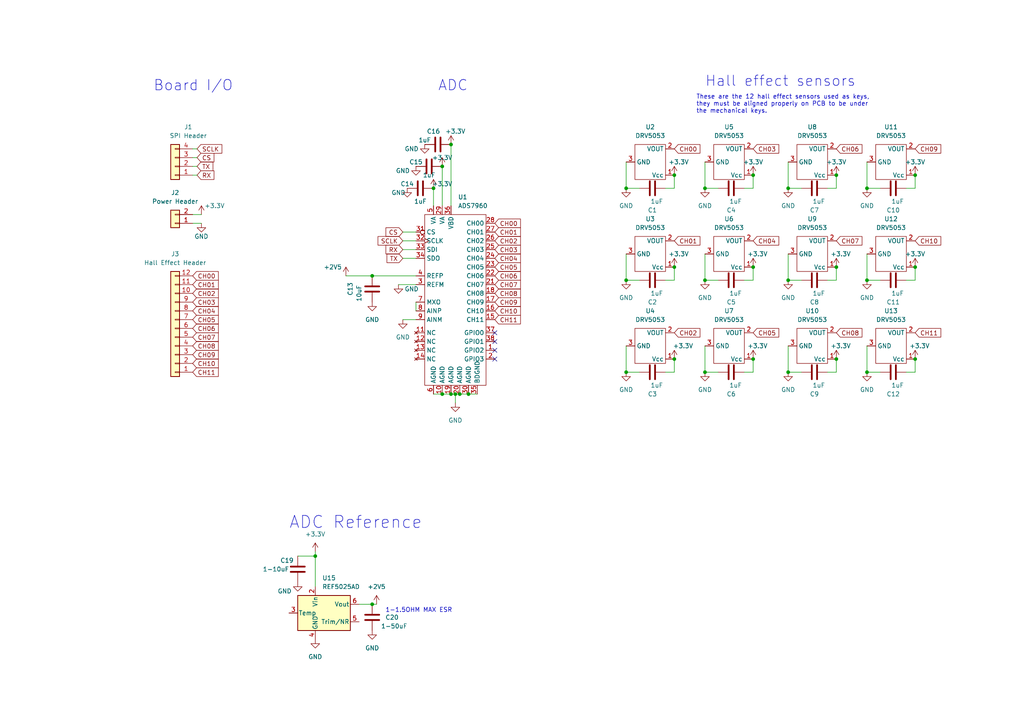
<source format=kicad_sch>
(kicad_sch (version 20211123) (generator eeschema)
  (paper "A4")
  (title_block (title "MIDI Keyboard: Keyboard") (company "Landyn Francis & Jacob Mealey"))
  (lib_symbols
    (symbol "Connector_Generic:Conn_01x02" (pin_names (offset 1.016) hide)
      (property "Reference" "J" (at 0 2.54 0))
      (property "Value" "Conn_01x02" (at 0 -5.08 0))
      (symbol "Conn_01x02_1_1"
        (rectangle (start -1.27 -2.413) (end 0 -2.667) (stroke (width 0.1524)))
        (rectangle (start -1.27 0.127) (end 0 -0.127) (stroke (width 0.1524)))
        (rectangle (start -1.27 1.27) (end 1.27 -3.81) (stroke (width 0.254)) (fill (type background)))
        (pin passive line (at -5.08 0 0) (length 3.81) (name "Pin_1") (number "1"))
        (pin passive line (at -5.08 -2.54 0) (length 3.81) (name "Pin_2") (number "2"))
      )
    )
    (symbol "Connector_Generic:Conn_01x04" (pin_names (offset 1.016) hide)
      (property "Reference" "J" (at 0 5.08 0))
      (property "Value" "Conn_01x04" (at 0 -7.62 0))
      (symbol "Conn_01x04_1_1"
        (rectangle (start -1.27 -4.953) (end 0 -5.207) (stroke (width 0.1524)))
        (rectangle (start -1.27 -2.413) (end 0 -2.667) (stroke (width 0.1524)))
        (rectangle (start -1.27 0.127) (end 0 -0.127) (stroke (width 0.1524)))
        (rectangle (start -1.27 2.667) (end 0 2.413) (stroke (width 0.1524)))
        (rectangle (start -1.27 3.81) (end 1.27 -6.35) (stroke (width 0.254)) (fill (type background)))
        (pin passive line (at -5.08 2.54 0) (length 3.81) (name "Pin_1") (number "1"))
        (pin passive line (at -5.08 0 0) (length 3.81) (name "Pin_2") (number "2"))
        (pin passive line (at -5.08 -2.54 0) (length 3.81) (name "Pin_3") (number "3"))
        (pin passive line (at -5.08 -5.08 0) (length 3.81) (name "Pin_4") (number "4"))
      )
    )
    (symbol "Connector_Generic:Conn_01x12" (pin_names (offset 1.016) hide)
      (property "Reference" "J" (at 0 15.24 0))
      (property "Value" "Conn_01x12" (at 0 -17.78 0))
      (symbol "Conn_01x12_1_1"
        (rectangle (start -1.27 -15.113) (end 0 -15.367) (stroke (width 0.1524)))
        (rectangle (start -1.27 -12.573) (end 0 -12.827) (stroke (width 0.1524)))
        (rectangle (start -1.27 -10.033) (end 0 -10.287) (stroke (width 0.1524)))
        (rectangle (start -1.27 -7.493) (end 0 -7.747) (stroke (width 0.1524)))
        (rectangle (start -1.27 -4.953) (end 0 -5.207) (stroke (width 0.1524)))
        (rectangle (start -1.27 -2.413) (end 0 -2.667) (stroke (width 0.1524)))
        (rectangle (start -1.27 0.127) (end 0 -0.127) (stroke (width 0.1524)))
        (rectangle (start -1.27 2.667) (end 0 2.413) (stroke (width 0.1524)))
        (rectangle (start -1.27 5.207) (end 0 4.953) (stroke (width 0.1524)))
        (rectangle (start -1.27 7.747) (end 0 7.493) (stroke (width 0.1524)))
        (rectangle (start -1.27 10.287) (end 0 10.033) (stroke (width 0.1524)))
        (rectangle (start -1.27 12.827) (end 0 12.573) (stroke (width 0.1524)))
        (rectangle (start -1.27 13.97) (end 1.27 -16.51) (stroke (width 0.254)) (fill (type background)))
        (pin passive line (at -5.08 12.7 0) (length 3.81) (name "Pin_1") (number "1"))
        (pin passive line (at -5.08 -10.16 0) (length 3.81) (name "Pin_10") (number "10"))
        (pin passive line (at -5.08 -12.7 0) (length 3.81) (name "Pin_11") (number "11"))
        (pin passive line (at -5.08 -15.24 0) (length 3.81) (name "Pin_12") (number "12"))
        (pin passive line (at -5.08 10.16 0) (length 3.81) (name "Pin_2") (number "2"))
        (pin passive line (at -5.08 7.62 0) (length 3.81) (name "Pin_3") (number "3"))
        (pin passive line (at -5.08 5.08 0) (length 3.81) (name "Pin_4") (number "4"))
        (pin passive line (at -5.08 2.54 0) (length 3.81) (name "Pin_5") (number "5"))
        (pin passive line (at -5.08 0 0) (length 3.81) (name "Pin_6") (number "6"))
        (pin passive line (at -5.08 -2.54 0) (length 3.81) (name "Pin_7") (number "7"))
        (pin passive line (at -5.08 -5.08 0) (length 3.81) (name "Pin_8") (number "8"))
        (pin passive line (at -5.08 -7.62 0) (length 3.81) (name "Pin_9") (number "9"))
      )
    )
    (symbol "DRV5053_1"
      (property "Reference" "U" (at 3.81 0 0))
      (property "Value" "DRV5053_1" (at -2.54 0 0))
      (symbol "DRV5053_1_0_1"
        (rectangle (start -6.35 -1.27) (end 2.54 -11.43))
      )
      (symbol "DRV5053_1_1_1"
        (pin input line (at 5.08 -10.16 180) (length 2.54) (name "Vcc") (number "1"))
        (pin input line (at 5.08 -2.54 180) (length 2.54) (name "VOUT") (number "2"))
        (pin input line (at -8.89 -6.35 0) (length 2.54) (name "GND") (number "3"))
      )
    )
    (symbol "Device:C" (pin_numbers hide) (pin_names (offset 0.254))
      (property "Reference" "C" (at 0.635 2.54 0))
      (property "Value" "C" (at 0.635 -2.54 0))
      (symbol "C_0_1"
        (polyline (pts (xy -2.032 -0.762) (xy 2.032 -0.762)) (stroke (width 0.508)))
        (polyline (pts (xy -2.032 0.762) (xy 2.032 0.762)) (stroke (width 0.508)))
      )
      (symbol "C_1_1"
        (pin passive line (at 0 3.81 270) (length 2.794) (name "~") (number "1"))
        (pin passive line (at 0 -3.81 90) (length 2.794) (name "~") (number "2"))
      )
    )
    (symbol "Reference_Voltage:REF5025AD" (pin_names (offset 0.254))
      (property "Reference" "U" (at -1.27 8.255 0))
      (property "Value" "REF5025AD" (at -1.27 6.35 0))
      (symbol "REF5025AD_0_1"
        (rectangle (start -7.62 5.08) (end 7.62 -5.08) (stroke (width 0.254)) (fill (type background)))
      )
      (symbol "REF5025AD_1_1"
        (pin no_connect line (at -7.62 2.54 0) (length 2.54) hide (name "DNC") (number "1"))
        (pin power_in line (at -2.54 7.62 270) (length 2.54) (name "Vin") (number "2"))
        (pin passive line (at -10.16 0 0) (length 2.54) (name "Temp") (number "3"))
        (pin power_in line (at -2.54 -7.62 90) (length 2.54) (name "GND") (number "4"))
        (pin passive line (at 10.16 -2.54 180) (length 2.54) (name "Trim/NR") (number "5"))
        (pin power_out line (at 10.16 2.54 180) (length 2.54) (name "Vout") (number "6"))
        (pin no_connect line (at -5.08 -5.08 90) (length 2.54) hide (name "NC") (number "7"))
        (pin no_connect line (at 7.62 0 180) (length 2.54) hide (name "DNC") (number "8"))
      )
    )
    (symbol "ece_capstone:ADS7960"
      (property "Reference" "U" (at 0 0 0))
      (property "Value" "ADS7960" (at -1.27 -13.97 90))
      (symbol "ADS7960_0_1"
        (rectangle (start -8.89 8.89) (end 8.89 -40.64))
      )
      (symbol "ADS7960_1_1"
        (pin bidirectional line (at 11.43 -30.48 180) (length 2.54) (name "GPIO2") (number "1"))
        (pin input line (at -3.81 -43.18 90) (length 2.54) (name "AGND") (number "10"))
        (pin no_connect line (at -11.43 -25.4 0) (length 2.54) (name "NC") (number "11"))
        (pin no_connect line (at -11.43 -27.94 0) (length 2.54) (name "NC") (number "12"))
        (pin no_connect line (at -11.43 -30.48 0) (length 2.54) (name "NC") (number "13"))
        (pin no_connect line (at -11.43 -33.02 0) (length 2.54) (name "NC") (number "14"))
        (pin input line (at 11.43 -21.59 180) (length 2.54) (name "CH11") (number "15"))
        (pin input line (at 11.43 -19.05 180) (length 2.54) (name "CH10") (number "16"))
        (pin input line (at 11.43 -16.51 180) (length 2.54) (name "CH09") (number "17"))
        (pin input line (at 11.43 -13.97 180) (length 2.54) (name "CH08") (number "18"))
        (pin input line (at -1.27 -43.18 90) (length 2.54) (name "AGND") (number "19"))
        (pin bidirectional line (at 11.43 -33.02 180) (length 2.54) (name "GPIO3") (number "2"))
        (pin input line (at 1.27 -43.18 90) (length 2.54) (name "AGND") (number "20"))
        (pin input line (at 11.43 -11.43 180) (length 2.54) (name "CH07") (number "21"))
        (pin input line (at 11.43 -8.89 180) (length 2.54) (name "CH06") (number "22"))
        (pin input line (at 11.43 -6.35 180) (length 2.54) (name "CH05") (number "23"))
        (pin input line (at 11.43 -3.81 180) (length 2.54) (name "CH04") (number "24"))
        (pin input line (at 11.43 -1.27 180) (length 2.54) (name "CH03") (number "25"))
        (pin input line (at 11.43 1.27 180) (length 2.54) (name "CH02") (number "26"))
        (pin input line (at 11.43 3.81 180) (length 2.54) (name "CH01") (number "27"))
        (pin input line (at 11.43 6.35 180) (length 2.54) (name "CH00") (number "28"))
        (pin input line (at -3.81 11.43 270) (length 2.54) (name "VA") (number "29"))
        (pin bidirectional line (at -11.43 -11.43 0) (length 2.54) (name "REFM") (number "3"))
        (pin input line (at 3.81 -43.18 90) (length 2.54) (name "AGND") (number "30"))
        (pin input inverted (at -11.43 3.81 0) (length 2.54) (name "CS") (number "31"))
        (pin input clock (at -11.43 1.27 0) (length 2.54) (name "SCLK") (number "32"))
        (pin input line (at -11.43 -1.27 0) (length 2.54) (name "SDI") (number "33"))
        (pin output line (at -11.43 -3.81 0) (length 2.54) (name "SDO") (number "34"))
        (pin input line (at 6.35 -43.18 90) (length 2.54) (name "BDGND") (number "35"))
        (pin input line (at -1.27 11.43 270) (length 2.54) (name "VBD") (number "36"))
        (pin bidirectional line (at 11.43 -25.4 180) (length 2.54) (name "GPIO0") (number "37"))
        (pin bidirectional line (at 11.43 -27.94 180) (length 2.54) (name "GPIO1") (number "38"))
        (pin bidirectional line (at -11.43 -8.89 0) (length 2.54) (name "REFP") (number "4"))
        (pin input line (at -6.35 11.43 270) (length 2.54) (name "VA") (number "5"))
        (pin input line (at -6.35 -43.18 90) (length 2.54) (name "AGND") (number "6"))
        (pin bidirectional line (at -11.43 -16.51 0) (length 2.54) (name "MXO") (number "7"))
        (pin bidirectional line (at -11.43 -19.05 0) (length 2.54) (name "AINP") (number "8"))
        (pin bidirectional line (at -11.43 -21.59 0) (length 2.54) (name "AINM") (number "9"))
      )
    )
    (symbol "power:+2V5" (power) (pin_names (offset 0))
      (property "Value" "+2V5" (at 0 3.556 0))
      (symbol "+2V5_0_1"
        (polyline (pts (xy -0.762 1.27) (xy 0 2.54)))
        (polyline (pts (xy 0 0) (xy 0 2.54)))
        (polyline (pts (xy 0 2.54) (xy 0.762 1.27)))
      )
      (symbol "+2V5_1_1"
        (pin power_in line (at 0 0 90) (length 0) hide (name "+2V5") (number "1"))
      )
    )
    (symbol "power:+3.3V" (power) (pin_names (offset 0))
      (property "Value" "+3.3V" (at 0 3.556 0))
      (symbol "+3.3V_0_1"
        (polyline (pts (xy -0.762 1.27) (xy 0 2.54)))
        (polyline (pts (xy 0 0) (xy 0 2.54)))
        (polyline (pts (xy 0 2.54) (xy 0.762 1.27)))
      )
      (symbol "+3.3V_1_1"
        (pin power_in line (at 0 0 90) (length 0) hide (name "+3.3V") (number "1"))
      )
    )
    (symbol "power:GND" (power) (pin_names (offset 0))
      (property "Value" "GND" (at 0 -3.81 0))
      (symbol "GND_0_1"
        (polyline (pts (xy 0 0) (xy 0 -1.27) (xy 1.27 -1.27) (xy 0 -2.54) (xy -1.27 -1.27) (xy 0 -1.27)))
      )
      (symbol "GND_1_1"
        (pin power_in line (at 0 0 270) (length 0) hide (name "GND") (number "1"))
      )
    )
  )
  (junction (at 242.57 104.14))
  (junction (at 265.43 77.47))
  (junction (at 181.61 81.28))
  (junction (at 195.58 50.8))
  (junction (at 251.46 81.28))
  (junction (at 130.81 41.91))
  (junction (at 132.08 114.3))
  (junction (at 204.47 81.28))
  (junction (at 265.43 104.14))
  (junction (at 128.27 114.3))
  (junction (at 218.44 77.47))
  (junction (at 125.73 54.61))
  (junction (at 228.6 54.61))
  (junction (at 135.89 114.3))
  (junction (at 195.58 77.47))
  (junction (at 128.27 48.26))
  (junction (at 242.57 77.47))
  (junction (at 265.43 50.8))
  (junction (at 228.6 107.95))
  (junction (at 107.95 175.26))
  (junction (at 130.81 114.3))
  (junction (at 107.95 80.01))
  (junction (at 228.6 81.28))
  (junction (at 251.46 54.61))
  (junction (at 133.35 114.3))
  (junction (at 204.47 54.61))
  (junction (at 218.44 104.14))
  (junction (at 91.44 161.29))
  (junction (at 218.44 50.8))
  (junction (at 242.57 50.8))
  (junction (at 181.61 54.61))
  (junction (at 204.47 107.95))
  (junction (at 195.58 104.14))
  (junction (at 251.46 107.95))
  (junction (at 181.61 107.95))
  (no_connect (at 143.51 96.52))
  (no_connect (at 143.51 99.06))
  (no_connect (at 143.51 101.6))
  (no_connect (at 143.51 104.14))
  (wire (pts (xy 132.08 114.3) (xy 133.35 114.3)))
  (wire (pts (xy 195.58 107.95) (xy 193.04 107.95)))
  (wire (pts (xy 218.44 104.14) (xy 218.44 107.95)))
  (wire (pts (xy 116.84 74.93) (xy 120.65 74.93)))
  (wire (pts (xy 104.14 175.26) (xy 107.95 175.26)))
  (wire (pts (xy 195.58 54.61) (xy 193.04 54.61)))
  (wire (pts (xy 120.65 87.63) (xy 120.65 90.17)))
  (wire (pts (xy 107.95 80.01) (xy 120.65 80.01)))
  (wire (pts (xy 228.6 73.66) (xy 228.6 81.28)))
  (wire (pts (xy 116.84 69.85) (xy 120.65 69.85)))
  (wire (pts (xy 55.88 64.77) (xy 58.42 64.77)))
  (wire (pts (xy 130.81 41.91) (xy 130.81 59.69)))
  (wire (pts (xy 125.73 54.61) (xy 125.73 59.69)))
  (wire (pts (xy 86.36 161.29) (xy 91.44 161.29)))
  (wire (pts (xy 116.84 92.71) (xy 120.65 92.71)))
  (wire (pts (xy 232.41 54.61) (xy 228.6 54.61)))
  (wire (pts (xy 132.08 114.3) (xy 132.08 116.84)))
  (wire (pts (xy 57.15 48.26) (xy 55.88 48.26)))
  (wire (pts (xy 265.43 77.47) (xy 265.43 81.28)))
  (wire (pts (xy 185.42 107.95) (xy 181.61 107.95)))
  (wire (pts (xy 228.6 46.99) (xy 228.6 54.61)))
  (wire (pts (xy 204.47 100.33) (xy 204.47 107.95)))
  (wire (pts (xy 265.43 107.95) (xy 262.89 107.95)))
  (wire (pts (xy 218.44 77.47) (xy 218.44 81.28)))
  (wire (pts (xy 251.46 73.66) (xy 251.46 81.28)))
  (wire (pts (xy 242.57 77.47) (xy 242.57 81.28)))
  (wire (pts (xy 208.28 107.95) (xy 204.47 107.95)))
  (wire (pts (xy 115.57 82.55) (xy 120.65 82.55)))
  (wire (pts (xy 255.27 54.61) (xy 251.46 54.61)))
  (wire (pts (xy 57.15 43.18) (xy 55.88 43.18)))
  (wire (pts (xy 116.84 72.39) (xy 120.65 72.39)))
  (wire (pts (xy 255.27 81.28) (xy 251.46 81.28)))
  (wire (pts (xy 242.57 81.28) (xy 240.03 81.28)))
  (wire (pts (xy 181.61 100.33) (xy 181.61 107.95)))
  (wire (pts (xy 57.15 50.8) (xy 55.88 50.8)))
  (wire (pts (xy 181.61 73.66) (xy 181.61 81.28)))
  (wire (pts (xy 218.44 54.61) (xy 215.9 54.61)))
  (wire (pts (xy 181.61 46.99) (xy 181.61 54.61)))
  (wire (pts (xy 195.58 50.8) (xy 195.58 54.61)))
  (wire (pts (xy 128.27 48.26) (xy 128.27 59.69)))
  (wire (pts (xy 255.27 107.95) (xy 251.46 107.95)))
  (wire (pts (xy 107.95 175.26) (xy 109.22 175.26)))
  (wire (pts (xy 185.42 81.28) (xy 181.61 81.28)))
  (wire (pts (xy 116.84 67.31) (xy 120.65 67.31)))
  (wire (pts (xy 251.46 46.99) (xy 251.46 54.61)))
  (wire (pts (xy 242.57 54.61) (xy 240.03 54.61)))
  (wire (pts (xy 242.57 107.95) (xy 240.03 107.95)))
  (wire (pts (xy 251.46 100.33) (xy 251.46 107.95)))
  (wire (pts (xy 265.43 54.61) (xy 262.89 54.61)))
  (wire (pts (xy 204.47 46.99) (xy 204.47 54.61)))
  (wire (pts (xy 91.44 160.02) (xy 91.44 161.29)))
  (wire (pts (xy 55.88 62.23) (xy 58.42 62.23)))
  (wire (pts (xy 91.44 161.29) (xy 91.44 170.18)))
  (wire (pts (xy 130.81 114.3) (xy 132.08 114.3)))
  (wire (pts (xy 218.44 107.95) (xy 215.9 107.95)))
  (wire (pts (xy 265.43 50.8) (xy 265.43 54.61)))
  (wire (pts (xy 195.58 81.28) (xy 193.04 81.28)))
  (wire (pts (xy 242.57 104.14) (xy 242.57 107.95)))
  (wire (pts (xy 100.33 80.01) (xy 107.95 80.01)))
  (wire (pts (xy 228.6 100.33) (xy 228.6 107.95)))
  (wire (pts (xy 242.57 50.8) (xy 242.57 54.61)))
  (wire (pts (xy 57.15 45.72) (xy 55.88 45.72)))
  (wire (pts (xy 265.43 81.28) (xy 262.89 81.28)))
  (wire (pts (xy 218.44 81.28) (xy 215.9 81.28)))
  (wire (pts (xy 232.41 107.95) (xy 228.6 107.95)))
  (wire (pts (xy 195.58 77.47) (xy 195.58 81.28)))
  (wire (pts (xy 218.44 50.8) (xy 218.44 54.61)))
  (wire (pts (xy 195.58 104.14) (xy 195.58 107.95)))
  (wire (pts (xy 232.41 81.28) (xy 228.6 81.28)))
  (wire (pts (xy 204.47 73.66) (xy 204.47 81.28)))
  (wire (pts (xy 128.27 114.3) (xy 130.81 114.3)))
  (wire (pts (xy 125.73 114.3) (xy 128.27 114.3)))
  (wire (pts (xy 208.28 54.61) (xy 204.47 54.61)))
  (wire (pts (xy 265.43 104.14) (xy 265.43 107.95)))
  (wire (pts (xy 133.35 114.3) (xy 135.89 114.3)))
  (wire (pts (xy 135.89 114.3) (xy 138.43 114.3)))
  (wire (pts (xy 185.42 54.61) (xy 181.61 54.61)))
  (wire (pts (xy 208.28 81.28) (xy 204.47 81.28)))
  (text "Board I/O" (at 44.45 26.67 0) (effects (font (size 3 3)) (justify left bottom)))
  (text "Hall effect sensors" (at 204.47 25.4 0) (effects (font (size 3 3)) (justify left bottom)))
  (text "ADC" (at 127 26.67 0) (effects (font (size 3 3)) (justify left bottom)))
  (text "ADC Reference" (at 83.82 153.67 0) (effects (font (size 3.5 3.5)) (justify left bottom)))
  (text "1-1.5OHM MAX ESR" (at 111.76 177.8 0) (effects (font (size 1.27 1.27)) (justify left bottom)))
  (text "These are the 12 hall effect sensors used as keys,\nthey must be aligned properly on PCB to be under\nthe mechanical keys. " (at 201.93 33.02 0) (effects (font (size 1.27 1.27)) (justify left bottom)))
  (global_label "SCLK" (shape input) (at 116.84 69.85 180) (property "Intersheet References" "${INTERSHEET_REFS}" (effects hide)))
  (global_label "CH00" (shape input) (at 143.51 64.77 0) (property "Intersheet References" "${INTERSHEET_REFS}" (effects hide)))
  (global_label "CH05" (shape input) (at 218.44 96.52 0) (property "Intersheet References" "${INTERSHEET_REFS}" (effects hide)))
  (global_label "CH02" (shape input) (at 195.58 96.52 0) (property "Intersheet References" "${INTERSHEET_REFS}" (effects hide)))
  (global_label "CS" (shape input) (at 116.84 67.31 180) (property "Intersheet References" "${INTERSHEET_REFS}" (effects hide)))
  (global_label "CH07" (shape input) (at 55.88 97.79 0) (property "Intersheet References" "${INTERSHEET_REFS}" (effects hide)))
  (global_label "CH09" (shape input) (at 143.51 87.63 0) (property "Intersheet References" "${INTERSHEET_REFS}" (effects hide)))
  (global_label "CH04" (shape input) (at 218.44 69.85 0) (property "Intersheet References" "${INTERSHEET_REFS}" (effects hide)))
  (global_label "TX" (shape input) (at 57.15 48.26 0) (property "Intersheet References" "${INTERSHEET_REFS}" (effects hide)))
  (global_label "CH01" (shape input) (at 195.58 69.85 0) (property "Intersheet References" "${INTERSHEET_REFS}" (effects hide)))
  (global_label "CH02" (shape input) (at 143.51 69.85 0) (property "Intersheet References" "${INTERSHEET_REFS}" (effects hide)))
  (global_label "CH03" (shape input) (at 55.88 87.63 0) (property "Intersheet References" "${INTERSHEET_REFS}" (effects hide)))
  (global_label "TX" (shape input) (at 116.84 74.93 180) (property "Intersheet References" "${INTERSHEET_REFS}" (effects hide)))
  (global_label "CH07" (shape input) (at 143.51 82.55 0) (property "Intersheet References" "${INTERSHEET_REFS}" (effects hide)))
  (global_label "CH11" (shape input) (at 55.88 107.95 0) (property "Intersheet References" "${INTERSHEET_REFS}" (effects hide)))
  (global_label "CH01" (shape input) (at 143.51 67.31 0) (property "Intersheet References" "${INTERSHEET_REFS}" (effects hide)))
  (global_label "CH04" (shape input) (at 55.88 90.17 0) (property "Intersheet References" "${INTERSHEET_REFS}" (effects hide)))
  (global_label "RX" (shape input) (at 57.15 50.8 0) (property "Intersheet References" "${INTERSHEET_REFS}" (effects hide)))
  (global_label "CS" (shape input) (at 57.15 45.72 0) (property "Intersheet References" "${INTERSHEET_REFS}" (effects hide)))
  (global_label "CH09" (shape input) (at 55.88 102.87 0) (property "Intersheet References" "${INTERSHEET_REFS}" (effects hide)))
  (global_label "CH06" (shape input) (at 242.57 43.18 0) (property "Intersheet References" "${INTERSHEET_REFS}" (effects hide)))
  (global_label "CH06" (shape input) (at 143.51 80.01 0) (property "Intersheet References" "${INTERSHEET_REFS}" (effects hide)))
  (global_label "SCLK" (shape input) (at 57.15 43.18 0) (property "Intersheet References" "${INTERSHEET_REFS}" (effects hide)))
  (global_label "CH08" (shape input) (at 55.88 100.33 0) (property "Intersheet References" "${INTERSHEET_REFS}" (effects hide)))
  (global_label "CH02" (shape input) (at 55.88 85.09 0) (property "Intersheet References" "${INTERSHEET_REFS}" (effects hide)))
  (global_label "CH08" (shape input) (at 143.51 85.09 0) (property "Intersheet References" "${INTERSHEET_REFS}" (effects hide)))
  (global_label "CH05" (shape input) (at 143.51 77.47 0) (property "Intersheet References" "${INTERSHEET_REFS}" (effects hide)))
  (global_label "CH08" (shape input) (at 242.57 96.52 0) (property "Intersheet References" "${INTERSHEET_REFS}" (effects hide)))
  (global_label "CH06" (shape input) (at 55.88 95.25 0) (property "Intersheet References" "${INTERSHEET_REFS}" (effects hide)))
  (global_label "CH05" (shape input) (at 55.88 92.71 0) (property "Intersheet References" "${INTERSHEET_REFS}" (effects hide)))
  (global_label "CH03" (shape input) (at 218.44 43.18 0) (property "Intersheet References" "${INTERSHEET_REFS}" (effects hide)))
  (global_label "CH00" (shape input) (at 55.88 80.01 0) (property "Intersheet References" "${INTERSHEET_REFS}" (effects hide)))
  (global_label "CH01" (shape input) (at 55.88 82.55 0) (property "Intersheet References" "${INTERSHEET_REFS}" (effects hide)))
  (global_label "CH10" (shape input) (at 143.51 90.17 0) (property "Intersheet References" "${INTERSHEET_REFS}" (effects hide)))
  (global_label "CH09" (shape input) (at 265.43 43.18 0) (property "Intersheet References" "${INTERSHEET_REFS}" (effects hide)))
  (global_label "CH11" (shape input) (at 265.43 96.52 0) (property "Intersheet References" "${INTERSHEET_REFS}" (effects hide)))
  (global_label "CH03" (shape input) (at 143.51 72.39 0) (property "Intersheet References" "${INTERSHEET_REFS}" (effects hide)))
  (global_label "CH04" (shape input) (at 143.51 74.93 0) (property "Intersheet References" "${INTERSHEET_REFS}" (effects hide)))
  (global_label "CH11" (shape input) (at 143.51 92.71 0) (property "Intersheet References" "${INTERSHEET_REFS}" (effects hide)))
  (global_label "CH07" (shape input) (at 242.57 69.85 0) (property "Intersheet References" "${INTERSHEET_REFS}" (effects hide)))
  (global_label "RX" (shape input) (at 116.84 72.39 180) (property "Intersheet References" "${INTERSHEET_REFS}" (effects hide)))
  (global_label "CH10" (shape input) (at 265.43 69.85 0) (property "Intersheet References" "${INTERSHEET_REFS}" (effects hide)))
  (global_label "CH10" (shape input) (at 55.88 105.41 0) (property "Intersheet References" "${INTERSHEET_REFS}" (effects hide)))
  (global_label "CH00" (shape input) (at 195.58 43.18 0) (property "Intersheet References" "${INTERSHEET_REFS}" (effects hide)))
  (symbol (lib_id "Device:C") (at 236.22 54.61 90) (unit 1)
    (property "Reference" "C7" (at 236.22 60.96 90))
    (property "Value" "1uF" (at 237.49 58.42 90))
    (property "Footprint" "Capacitor_SMD:C_0603_1608Metric" (effects hide))
  )
  (symbol (lib_name "DRV5053_1") (lib_id "ece_capstone:DRV5053") (at 213.36 67.31 0) (unit 1)
    (property "Reference" "U6" (at 211.455 63.5 0))
    (property "Value" "DRV5053" (at 211.455 66.04 0))
    (property "Footprint" "Package_TO_SOT_SMD:SOT-23" (effects hide))
  )
  (symbol (lib_id "power:GND") (at 123.19 41.91 0) (unit 1)
    (property "Reference" "#PWR03" (effects hide))
    (property "Value" "GND" (at 119.38 43.18 0))
  )
  (symbol (lib_id "power:GND") (at 251.46 107.95 0) (unit 1)
    (property "Reference" "#PWR027" (effects hide))
    (property "Value" "GND" (at 251.46 113.03 0))
  )
  (symbol (lib_id "power:GND") (at 115.57 82.55 0) (unit 1)
    (property "Reference" "#PWR05" (effects hide))
    (property "Value" "GND" (at 119.38 83.82 0))
  )
  (symbol (lib_id "Device:C") (at 259.08 54.61 90) (unit 1)
    (property "Reference" "C10" (at 259.08 60.96 90))
    (property "Value" "1uF" (at 260.35 58.42 90))
    (property "Footprint" "Capacitor_SMD:C_0603_1608Metric" (effects hide))
  )
  (symbol (lib_id "power:+3.3V") (at 242.57 50.8 0) (unit 1)
    (property "Reference" "#PWR022" (effects hide))
    (property "Value" "+3.3V" (at 242.57 46.99 0))
  )
  (symbol (lib_id "power:GND") (at 91.44 185.42 0) (unit 1)
    (property "Reference" "#PWR039" (effects hide))
    (property "Value" "GND" (at 91.44 190.5 0))
  )
  (symbol (lib_id "power:+3.3V") (at 91.44 160.02 0) (unit 1)
    (property "Reference" "#PWR038" (effects hide))
    (property "Value" "+3.3V" (at 91.44 154.94 0))
  )
  (symbol (lib_id "power:GND") (at 118.11 54.61 0) (unit 1)
    (property "Reference" "#PWR01" (effects hide))
    (property "Value" "GND" (at 115.57 55.88 0))
  )
  (symbol (lib_id "power:+3.3V") (at 265.43 50.8 0) (unit 1)
    (property "Reference" "#PWR028" (effects hide))
    (property "Value" "+3.3V" (at 265.43 46.99 0))
  )
  (symbol (lib_id "power:+3.3V") (at 58.42 62.23 0) (unit 1)
    (property "Reference" "#PWR031" (effects hide))
    (property "Value" "+3.3V" (at 62.23 59.69 0))
  )
  (symbol (lib_id "power:GND") (at 251.46 54.61 0) (unit 1)
    (property "Reference" "#PWR025" (effects hide))
    (property "Value" "GND" (at 251.46 59.69 0))
  )
  (symbol (lib_id "Device:C") (at 212.09 107.95 90) (unit 1)
    (property "Reference" "C6" (at 212.09 114.3 90))
    (property "Value" "1uF" (at 213.36 111.76 90))
    (property "Footprint" "Capacitor_SMD:C_0603_1608Metric" (effects hide))
  )
  (symbol (lib_name "DRV5053_1") (lib_id "ece_capstone:DRV5053") (at 237.49 93.98 0) (unit 1)
    (property "Reference" "U10" (at 235.585 90.17 0))
    (property "Value" "DRV5053" (at 235.585 92.71 0))
    (property "Footprint" "Package_TO_SOT_SMD:SOT-23" (effects hide))
  )
  (symbol (lib_id "power:+2V5") (at 100.33 80.01 0) (unit 1)
    (property "Reference" "#PWR04" (effects hide))
    (property "Value" "+2V5" (at 96.52 77.47 0))
  )
  (symbol (lib_id "Connector_Generic:Conn_01x04") (at 50.8 48.26 180) (unit 1)
    (property "Reference" "J1" (at 54.61 36.83 0))
    (property "Value" "SPI Header" (at 54.61 39.37 0))
    (property "Footprint" "Connector_PinHeader_2.54mm:PinHeader_1x04_P2.54mm_Vertical" (effects hide))
  )
  (symbol (lib_id "power:+3.3V") (at 195.58 104.14 0) (unit 1)
    (property "Reference" "#PWR012" (effects hide))
    (property "Value" "+3.3V" (at 198.12 100.33 0))
  )
  (symbol (lib_id "power:+3.3V") (at 125.73 54.61 0) (unit 1)
    (property "Reference" "#PWR034" (effects hide))
    (property "Value" "+3.3V" (at 128.27 53.34 0))
  )
  (symbol (lib_id "power:+3.3V") (at 218.44 104.14 0) (unit 1)
    (property "Reference" "#PWR018" (effects hide))
    (property "Value" "+3.3V" (at 219.71 100.33 0))
  )
  (symbol (lib_id "power:GND") (at 204.47 54.61 0) (unit 1)
    (property "Reference" "#PWR013" (effects hide))
    (property "Value" "GND" (at 204.47 59.69 0))
  )
  (symbol (lib_id "Device:C") (at 121.92 54.61 90) (unit 1)
    (property "Reference" "C14" (at 118.11 53.34 90))
    (property "Value" "1uF" (at 121.92 58.42 90))
    (property "Footprint" "Capacitor_SMD:C_0603_1608Metric" (effects hide))
  )
  (symbol (lib_id "Device:C") (at 107.95 83.82 0) (unit 1)
    (property "Reference" "C13" (at 101.6 83.82 90))
    (property "Value" "10uF" (at 104.14 85.09 90))
    (property "Footprint" "Capacitor_SMD:C_0603_1608Metric" (effects hide))
  )
  (symbol (lib_id "Device:C") (at 189.23 81.28 90) (unit 1)
    (property "Reference" "C2" (at 189.23 87.63 90))
    (property "Value" "1uF" (at 190.5 85.09 90))
    (property "Footprint" "Capacitor_SMD:C_0603_1608Metric" (effects hide))
  )
  (symbol (lib_id "power:GND") (at 116.84 92.71 0) (unit 1)
    (property "Reference" "#PWR0101" (effects hide))
    (property "Value" "GND" (at 116.84 97.79 0))
  )
  (symbol (lib_id "power:GND") (at 204.47 107.95 0) (unit 1)
    (property "Reference" "#PWR015" (effects hide))
    (property "Value" "GND" (at 204.47 113.03 0))
  )
  (symbol (lib_id "power:GND") (at 181.61 54.61 0) (unit 1)
    (property "Reference" "#PWR07" (effects hide))
    (property "Value" "GND" (at 181.61 59.69 0))
  )
  (symbol (lib_id "power:GND") (at 204.47 81.28 0) (unit 1)
    (property "Reference" "#PWR014" (effects hide))
    (property "Value" "GND" (at 204.47 86.36 0))
  )
  (symbol (lib_name "DRV5053_1") (lib_id "ece_capstone:DRV5053") (at 213.36 40.64 0) (unit 1)
    (property "Reference" "U5" (at 211.455 36.83 0))
    (property "Value" "DRV5053" (at 211.455 39.37 0))
    (property "Footprint" "Package_TO_SOT_SMD:SOT-23" (effects hide))
  )
  (symbol (lib_id "power:GND") (at 181.61 107.95 0) (unit 1)
    (property "Reference" "#PWR09" (effects hide))
    (property "Value" "GND" (at 181.61 113.03 0))
  )
  (symbol (lib_name "DRV5053_1") (lib_id "ece_capstone:DRV5053") (at 260.35 67.31 0) (unit 1)
    (property "Reference" "U12" (at 258.445 63.5 0))
    (property "Value" "DRV5053" (at 258.445 66.04 0))
    (property "Footprint" "Package_TO_SOT_SMD:SOT-23" (effects hide))
  )
  (symbol (lib_id "Device:C") (at 189.23 54.61 90) (unit 1)
    (property "Reference" "C1" (at 189.23 60.96 90))
    (property "Value" "1uF" (at 190.5 58.42 90))
    (property "Footprint" "Capacitor_SMD:C_0603_1608Metric" (effects hide))
  )
  (symbol (lib_id "power:GND") (at 107.95 87.63 0) (unit 1)
    (property "Reference" "#PWR033" (effects hide))
    (property "Value" "GND" (at 107.95 92.71 0))
  )
  (symbol (lib_id "power:GND") (at 86.36 168.91 0) (unit 1)
    (property "Reference" "#PWR037" (effects hide))
    (property "Value" "GND" (at 82.55 171.45 0))
  )
  (symbol (lib_id "Connector_Generic:Conn_01x02") (at 50.8 64.77 180) (unit 1)
    (property "Reference" "J2" (at 50.8 55.88 0))
    (property "Value" "Power Header" (at 50.8 58.42 0))
    (property "Footprint" "Connector_PinHeader_2.54mm:PinHeader_1x02_P2.54mm_Vertical" (effects hide))
  )
  (symbol (lib_name "DRV5053_1") (lib_id "ece_capstone:DRV5053") (at 260.35 93.98 0) (unit 1)
    (property "Reference" "U13" (at 258.445 90.17 0))
    (property "Value" "DRV5053" (at 258.445 92.71 0))
    (property "Footprint" "Package_TO_SOT_SMD:SOT-23" (effects hide))
  )
  (symbol (lib_id "Connector_Generic:Conn_01x12") (at 50.8 95.25 180) (unit 1)
    (property "Reference" "J3" (at 50.8 73.66 0))
    (property "Value" "Hall Effect Header" (at 50.8 76.2 0))
    (property "Footprint" "Connector_PinHeader_2.54mm:PinHeader_1x12_P2.54mm_Vertical" (effects hide))
  )
  (symbol (lib_id "power:GND") (at 228.6 54.61 0) (unit 1)
    (property "Reference" "#PWR019" (effects hide))
    (property "Value" "GND" (at 228.6 59.69 0))
  )
  (symbol (lib_id "Device:C") (at 259.08 107.95 90) (unit 1)
    (property "Reference" "C12" (at 259.08 114.3 90))
    (property "Value" "1uF" (at 260.35 111.76 90))
    (property "Footprint" "Capacitor_SMD:C_0603_1608Metric" (effects hide))
  )
  (symbol (lib_id "Device:C") (at 212.09 81.28 90) (unit 1)
    (property "Reference" "C5" (at 212.09 87.63 90))
    (property "Value" "1uF" (at 213.36 85.09 90))
    (property "Footprint" "Capacitor_SMD:C_0603_1608Metric" (effects hide))
  )
  (symbol (lib_id "Device:C") (at 189.23 107.95 90) (unit 1)
    (property "Reference" "C3" (at 189.23 114.3 90))
    (property "Value" "1uF" (at 190.5 111.76 90))
    (property "Footprint" "Capacitor_SMD:C_0603_1608Metric" (effects hide))
  )
  (symbol (lib_id "power:GND") (at 181.61 81.28 0) (unit 1)
    (property "Reference" "#PWR08" (effects hide))
    (property "Value" "GND" (at 181.61 86.36 0))
  )
  (symbol (lib_id "Device:C") (at 259.08 81.28 90) (unit 1)
    (property "Reference" "C11" (at 259.08 87.63 90))
    (property "Value" "1uF" (at 260.35 85.09 90))
    (property "Footprint" "Capacitor_SMD:C_0603_1608Metric" (effects hide))
  )
  (symbol (lib_id "power:+3.3V") (at 265.43 104.14 0) (unit 1)
    (property "Reference" "#PWR030" (effects hide))
    (property "Value" "+3.3V" (at 266.7 100.33 0))
  )
  (symbol (lib_id "power:GND") (at 107.95 182.88 0) (unit 1)
    (property "Reference" "#PWR040" (effects hide))
    (property "Value" "GND" (at 107.95 187.96 0))
  )
  (symbol (lib_id "power:GND") (at 120.65 48.26 0) (unit 1)
    (property "Reference" "#PWR02" (effects hide))
    (property "Value" "GND" (at 116.84 49.53 0))
  )
  (symbol (lib_name "DRV5053_1") (lib_id "ece_capstone:DRV5053") (at 190.5 67.31 0) (unit 1)
    (property "Reference" "U3" (at 188.595 63.5 0))
    (property "Value" "DRV5053" (at 188.595 66.04 0))
    (property "Footprint" "Package_TO_SOT_SMD:SOT-23" (effects hide))
  )
  (symbol (lib_name "DRV5053_1") (lib_id "ece_capstone:DRV5053") (at 237.49 40.64 0) (unit 1)
    (property "Reference" "U8" (at 235.585 36.83 0))
    (property "Value" "DRV5053" (at 235.585 39.37 0))
    (property "Footprint" "Package_TO_SOT_SMD:SOT-23" (effects hide))
  )
  (symbol (lib_id "Device:C") (at 124.46 48.26 90) (unit 1)
    (property "Reference" "C15" (at 120.65 46.99 90))
    (property "Value" "1uF" (at 124.46 50.8 90))
    (property "Footprint" "Capacitor_SMD:C_0603_1608Metric" (effects hide))
  )
  (symbol (lib_id "power:GND") (at 58.42 64.77 0) (unit 1)
    (property "Reference" "#PWR032" (effects hide))
    (property "Value" "GND" (at 58.42 68.58 0))
  )
  (symbol (lib_id "power:+3.3V") (at 128.27 48.26 0) (unit 1)
    (property "Reference" "#PWR035" (effects hide))
    (property "Value" "+3.3V" (at 128.27 45.72 0))
  )
  (symbol (lib_id "power:GND") (at 228.6 81.28 0) (unit 1)
    (property "Reference" "#PWR020" (effects hide))
    (property "Value" "GND" (at 228.6 86.36 0))
  )
  (symbol (lib_id "power:+3.3V") (at 242.57 77.47 0) (unit 1)
    (property "Reference" "#PWR023" (effects hide))
    (property "Value" "+3.3V" (at 243.84 73.66 0))
  )
  (symbol (lib_id "Device:C") (at 107.95 179.07 0) (unit 1)
    (property "Reference" "C20" (at 111.76 179.07 0) (effects (justify left)))
    (property "Value" "1-50uF" (at 110.49 181.61 0) (effects (justify left)))
    (property "Footprint" "Capacitor_SMD:C_0603_1608Metric" (effects hide))
  )
  (symbol (lib_name "DRV5053_1") (lib_id "ece_capstone:DRV5053") (at 260.35 40.64 0) (unit 1)
    (property "Reference" "U11" (at 258.445 36.83 0))
    (property "Value" "DRV5053" (at 258.445 39.37 0))
    (property "Footprint" "Package_TO_SOT_SMD:SOT-23" (effects hide))
  )
  (symbol (lib_id "power:+3.3V") (at 195.58 50.8 0) (unit 1)
    (property "Reference" "#PWR010" (effects hide))
    (property "Value" "+3.3V" (at 196.85 46.99 0))
  )
  (symbol (lib_id "power:+3.3V") (at 218.44 77.47 0) (unit 1)
    (property "Reference" "#PWR017" (effects hide))
    (property "Value" "+3.3V" (at 219.71 73.66 0))
  )
  (symbol (lib_id "Reference_Voltage:REF5025AD") (at 93.98 177.8 0) (unit 1)
    (property "Reference" "U15" (at 93.4594 167.64 0) (effects (justify left)))
    (property "Value" "REF5025AD" (at 93.4594 170.18 0) (effects (justify left)))
    (property "Footprint" "Package_SO:SOIC-8_3.9x4.9mm_P1.27mm" (effects hide))
    (property "Datasheet" "http://www.ti.com/lit/ds/symlink/ref5030.pdf" (effects hide))
  )
  (symbol (lib_id "Device:C") (at 236.22 81.28 90) (unit 1)
    (property "Reference" "C8" (at 236.22 87.63 90))
    (property "Value" "1uF" (at 237.49 85.09 90))
    (property "Footprint" "Capacitor_SMD:C_0603_1608Metric" (effects hide))
  )
  (symbol (lib_id "power:+3.3V") (at 242.57 104.14 0) (unit 1)
    (property "Reference" "#PWR024" (effects hide))
    (property "Value" "+3.3V" (at 243.84 100.33 0))
  )
  (symbol (lib_id "power:+3.3V") (at 130.81 41.91 0) (unit 1)
    (property "Reference" "#PWR036" (effects hide))
    (property "Value" "+3.3V" (at 132.08 38.1 0))
  )
  (symbol (lib_id "power:GND") (at 132.08 116.84 0) (unit 1)
    (property "Reference" "#PWR06" (effects hide))
    (property "Value" "GND" (at 132.08 121.92 0))
  )
  (symbol (lib_name "DRV5053_1") (lib_id "ece_capstone:DRV5053") (at 237.49 67.31 0) (unit 1)
    (property "Reference" "U9" (at 235.585 63.5 0))
    (property "Value" "DRV5053" (at 235.585 66.04 0))
    (property "Footprint" "Package_TO_SOT_SMD:SOT-23" (effects hide))
  )
  (symbol (lib_id "Device:C") (at 127 41.91 90) (unit 1)
    (property "Reference" "C16" (at 125.73 38.1 90))
    (property "Value" "1uF" (at 123.19 40.64 90))
    (property "Footprint" "Capacitor_SMD:C_0603_1608Metric" (effects hide))
  )
  (symbol (lib_id "power:+3.3V") (at 265.43 77.47 0) (unit 1)
    (property "Reference" "#PWR029" (effects hide))
    (property "Value" "+3.3V" (at 265.43 73.66 0))
  )
  (symbol (lib_id "Device:C") (at 212.09 54.61 90) (unit 1)
    (property "Reference" "C4" (at 212.09 60.96 90))
    (property "Value" "1uF" (at 213.36 58.42 90))
    (property "Footprint" "Capacitor_SMD:C_0603_1608Metric" (effects hide))
  )
  (symbol (lib_id "power:+3.3V") (at 195.58 77.47 0) (unit 1)
    (property "Reference" "#PWR011" (effects hide))
    (property "Value" "+3.3V" (at 196.85 73.66 0))
  )
  (symbol (lib_name "DRV5053_1") (lib_id "ece_capstone:DRV5053") (at 213.36 93.98 0) (unit 1)
    (property "Reference" "U7" (at 211.455 90.17 0))
    (property "Value" "DRV5053" (at 211.455 92.71 0))
    (property "Footprint" "Package_TO_SOT_SMD:SOT-23" (effects hide))
  )
  (symbol (lib_id "power:+2V5") (at 109.22 175.26 0) (unit 1)
    (property "Reference" "#PWR041" (effects hide))
    (property "Value" "+2V5" (at 109.22 170.18 0))
  )
  (symbol (lib_name "DRV5053_1") (lib_id "ece_capstone:DRV5053") (at 190.5 93.98 0) (unit 1)
    (property "Reference" "U4" (at 188.595 90.17 0))
    (property "Value" "DRV5053" (at 188.595 92.71 0))
    (property "Footprint" "Package_TO_SOT_SMD:SOT-23" (effects hide))
  )
  (symbol (lib_id "power:GND") (at 251.46 81.28 0) (unit 1)
    (property "Reference" "#PWR026" (effects hide))
    (property "Value" "GND" (at 251.46 86.36 0))
  )
  (symbol (lib_id "power:+3.3V") (at 218.44 50.8 0) (unit 1)
    (property "Reference" "#PWR016" (effects hide))
    (property "Value" "+3.3V" (at 218.44 46.99 0))
  )
  (symbol (lib_id "Device:C") (at 236.22 107.95 90) (unit 1)
    (property "Reference" "C9" (at 236.22 114.3 90))
    (property "Value" "1uF" (at 237.49 111.76 90))
    (property "Footprint" "Capacitor_SMD:C_0603_1608Metric" (effects hide))
  )
  (symbol (lib_id "ece_capstone:ADS7960") (at 132.08 71.12 0) (unit 1)
    (property "Reference" "U1" (at 132.8294 57.15 0) (effects (justify left)))
    (property "Value" "ADS7960" (at 132.8294 59.69 0) (effects (justify left)))
    (property "Footprint" "Package_SO:TSSOP-38_4.4x9.7mm_P0.5mm" (effects hide))
  )
  (symbol (lib_id "Device:C") (at 86.36 165.1 0) (unit 1)
    (property "Reference" "C19" (at 81.28 162.56 0) (effects (justify left)))
    (property "Value" "1-10uF" (at 76.2 165.1 0) (effects (justify left)))
    (property "Footprint" "Capacitor_SMD:C_0603_1608Metric" (effects hide))
  )
  (symbol (lib_name "DRV5053_1") (lib_id "ece_capstone:DRV5053") (at 190.5 40.64 0) (unit 1)
    (property "Reference" "U2" (at 188.595 36.83 0))
    (property "Value" "DRV5053" (at 188.595 39.37 0))
    (property "Footprint" "Package_TO_SOT_SMD:SOT-23" (effects hide))
  )
  (symbol (lib_id "power:GND") (at 228.6 107.95 0) (unit 1)
    (property "Reference" "#PWR021" (effects hide))
    (property "Value" "GND" (at 228.6 113.03 0))
  )
)
</source>
